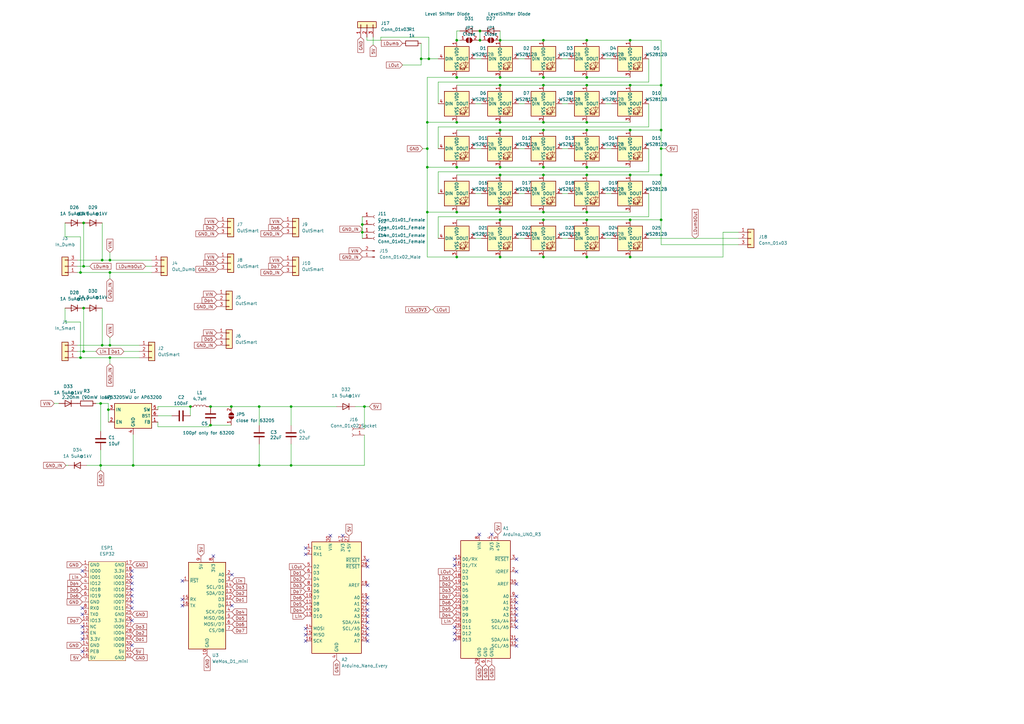
<source format=kicad_sch>
(kicad_sch (version 20230121) (generator eeschema)
  (paper "A3")
  (junction (at 240.665 71.755))
  (junction (at 187.325 31.75))
  (junction (at 45.085 106.68))
  (junction (at 258.445 105.41))
  (junction (at 106.299 190.881))
  (junction (at 187.325 50.165))
  (junction (at 205.105 16.51))
  (junction (at 45.085 141.605))
  (junction (at 44.45 168.021))
  (junction (at 196.85 16.51))
  (junction (at 148.59 95.25))
  (junction (at 175.895 24.13))
  (junction (at 205.105 53.34))
  (junction (at 45.085 111.76))
  (junction (at 175.26 50.165))
  (junction (at 258.445 34.925))
  (junction (at 205.105 90.17))
  (junction (at 148.59 92.075))
  (junction (at 240.665 68.58))
  (junction (at 175.26 60.96))
  (junction (at 149.479 166.751))
  (junction (at 41.275 165.481))
  (junction (at 94.869 166.751))
  (junction (at 205.105 86.995))
  (junction (at 187.325 86.995))
  (junction (at 271.145 60.96))
  (junction (at 222.885 34.925))
  (junction (at 240.665 50.165))
  (junction (at 34.29 109.22))
  (junction (at 172.72 24.13))
  (junction (at 41.275 190.881))
  (junction (at 222.885 50.165))
  (junction (at 205.105 105.41))
  (junction (at 240.665 16.51))
  (junction (at 222.885 31.75))
  (junction (at 271.145 34.925))
  (junction (at 34.29 144.145))
  (junction (at 240.665 105.41))
  (junction (at 106.299 166.751))
  (junction (at 222.885 105.41))
  (junction (at 205.105 71.755))
  (junction (at 78.105 166.751))
  (junction (at 222.885 90.17))
  (junction (at 240.665 53.34))
  (junction (at 240.665 34.925))
  (junction (at 222.885 86.995))
  (junction (at 222.885 16.51))
  (junction (at 240.665 86.995))
  (junction (at 271.145 90.17))
  (junction (at 258.445 16.51))
  (junction (at 205.105 31.75))
  (junction (at 54.61 190.881))
  (junction (at 119.38 190.881))
  (junction (at 86.36 174.371))
  (junction (at 34.29 91.44))
  (junction (at 175.26 68.58))
  (junction (at 222.885 53.34))
  (junction (at 205.105 34.925))
  (junction (at 240.665 90.17))
  (junction (at 271.145 71.755))
  (junction (at 34.29 126.365))
  (junction (at 119.38 166.751))
  (junction (at 33.02 111.76))
  (junction (at 187.325 105.41))
  (junction (at 187.325 16.51))
  (junction (at 41.91 106.68))
  (junction (at 258.445 53.34))
  (junction (at 41.91 141.605))
  (junction (at 222.885 71.755))
  (junction (at 175.26 86.995))
  (junction (at 240.665 31.75))
  (junction (at 33.02 146.685))
  (junction (at 258.445 71.755))
  (junction (at 86.36 166.751))
  (junction (at 196.85 12.7))
  (junction (at 271.145 53.34))
  (junction (at 258.445 90.17))
  (junction (at 222.885 68.58))
  (junction (at 205.105 68.58))
  (junction (at 45.085 146.685))
  (junction (at 205.105 50.165))
  (junction (at 187.325 68.58))
  (no_connect (at 54.102 254.508))
  (no_connect (at 211.836 264.922))
  (no_connect (at 150.749 247.65))
  (no_connect (at 150.749 260.35))
  (no_connect (at 140.589 219.71))
  (no_connect (at 211.836 244.602))
  (no_connect (at 33.782 267.208))
  (no_connect (at 211.836 252.222))
  (no_connect (at 74.803 248.412))
  (no_connect (at 33.782 251.968))
  (no_connect (at 54.102 241.808))
  (no_connect (at 186.436 229.362))
  (no_connect (at 33.782 249.428))
  (no_connect (at 33.782 262.128))
  (no_connect (at 150.749 255.27))
  (no_connect (at 150.749 240.03))
  (no_connect (at 211.836 239.522))
  (no_connect (at 74.803 238.252))
  (no_connect (at 150.749 245.11))
  (no_connect (at 33.782 234.188))
  (no_connect (at 150.749 232.41))
  (no_connect (at 125.349 260.35))
  (no_connect (at 54.102 244.348))
  (no_connect (at 211.836 262.382))
  (no_connect (at 186.436 259.842))
  (no_connect (at 211.836 234.442))
  (no_connect (at 95.123 248.412))
  (no_connect (at 33.782 257.048))
  (no_connect (at 186.436 231.902))
  (no_connect (at 54.102 234.188))
  (no_connect (at 211.836 249.682))
  (no_connect (at 54.102 239.268))
  (no_connect (at 150.749 257.81))
  (no_connect (at 186.436 257.302))
  (no_connect (at 125.349 257.81))
  (no_connect (at 211.836 254.762))
  (no_connect (at 211.836 247.142))
  (no_connect (at 125.349 227.33))
  (no_connect (at 211.836 257.302))
  (no_connect (at 87.503 228.092))
  (no_connect (at 211.836 229.362))
  (no_connect (at 196.596 219.202))
  (no_connect (at 186.436 262.382))
  (no_connect (at 150.749 252.73))
  (no_connect (at 150.749 262.89))
  (no_connect (at 54.102 246.888))
  (no_connect (at 201.676 219.202))
  (no_connect (at 150.749 229.87))
  (no_connect (at 135.509 219.71))
  (no_connect (at 54.102 236.728))
  (no_connect (at 125.349 224.79))
  (no_connect (at 54.102 264.668))
  (no_connect (at 125.349 262.89))
  (no_connect (at 150.749 250.19))
  (no_connect (at 54.102 249.428))
  (no_connect (at 74.803 245.872))
  (no_connect (at 95.123 235.712))
  (no_connect (at 33.782 259.588))
  (wire (pts (xy 205.105 31.75) (xy 187.325 31.75)))
  (wire (pts (xy 205.105 71.755) (xy 222.885 71.755)))
  (wire (pts (xy 31.75 144.145) (xy 34.29 144.145)))
  (wire (pts (xy 34.29 144.145) (xy 39.37 144.145)))
  (wire (pts (xy 86.36 166.751) (xy 94.869 166.751)))
  (wire (pts (xy 196.215 12.7) (xy 196.85 12.7)))
  (wire (pts (xy 41.275 165.481) (xy 41.275 176.911)))
  (wire (pts (xy 175.895 24.13) (xy 175.895 15.24)))
  (wire (pts (xy 194.945 79.375) (xy 197.485 79.375)))
  (wire (pts (xy 273.05 60.96) (xy 271.145 60.96)))
  (wire (pts (xy 41.275 190.881) (xy 41.275 192.913)))
  (wire (pts (xy 150.495 15.24) (xy 150.495 16.51)))
  (wire (pts (xy 26.67 97.155) (xy 33.02 97.155)))
  (wire (pts (xy 212.725 60.96) (xy 215.265 60.96)))
  (wire (pts (xy 271.145 60.96) (xy 271.145 71.755)))
  (wire (pts (xy 64.77 168.021) (xy 64.77 166.751)))
  (wire (pts (xy 240.665 16.51) (xy 258.445 16.51)))
  (wire (pts (xy 22.225 165.481) (xy 24.13 165.481)))
  (wire (pts (xy 45.085 111.76) (xy 62.23 111.76)))
  (wire (pts (xy 212.725 79.375) (xy 215.265 79.375)))
  (wire (pts (xy 222.885 34.925) (xy 240.665 34.925)))
  (wire (pts (xy 240.665 86.995) (xy 222.885 86.995)))
  (wire (pts (xy 205.105 68.58) (xy 187.325 68.58)))
  (wire (pts (xy 33.02 146.685) (xy 45.085 146.685)))
  (wire (pts (xy 271.145 90.17) (xy 258.445 90.17)))
  (wire (pts (xy 31.75 141.605) (xy 41.91 141.605)))
  (wire (pts (xy 106.299 166.751) (xy 119.38 166.751)))
  (wire (pts (xy 205.105 16.51) (xy 222.885 16.51)))
  (wire (pts (xy 31.75 146.685) (xy 33.02 146.685)))
  (wire (pts (xy 258.445 68.58) (xy 240.665 68.58)))
  (wire (pts (xy 240.665 71.755) (xy 258.445 71.755)))
  (wire (pts (xy 222.885 16.51) (xy 240.665 16.51)))
  (wire (pts (xy 45.085 106.68) (xy 62.23 106.68)))
  (wire (pts (xy 119.38 166.751) (xy 119.38 174.498)))
  (wire (pts (xy 94.869 166.751) (xy 106.299 166.751)))
  (wire (pts (xy 149.479 166.751) (xy 149.479 175.895)))
  (wire (pts (xy 106.299 190.881) (xy 119.38 190.881)))
  (wire (pts (xy 59.69 109.22) (xy 62.23 109.22)))
  (wire (pts (xy 212.725 42.545) (xy 215.265 42.545)))
  (wire (pts (xy 266.065 52.07) (xy 179.705 52.07)))
  (wire (pts (xy 248.285 60.96) (xy 250.825 60.96)))
  (wire (pts (xy 50.8 144.145) (xy 57.15 144.145)))
  (wire (pts (xy 119.38 190.881) (xy 149.479 190.881)))
  (wire (pts (xy 187.325 53.34) (xy 205.105 53.34)))
  (wire (pts (xy 156.21 15.24) (xy 175.895 15.24)))
  (wire (pts (xy 31.75 106.68) (xy 41.91 106.68)))
  (wire (pts (xy 187.325 34.925) (xy 205.105 34.925)))
  (wire (pts (xy 266.065 88.9) (xy 179.705 88.9)))
  (wire (pts (xy 196.85 12.7) (xy 196.85 16.51)))
  (wire (pts (xy 45.085 138.43) (xy 45.085 141.605)))
  (wire (pts (xy 222.885 50.165) (xy 240.665 50.165)))
  (wire (pts (xy 45.085 111.76) (xy 45.085 114.3)))
  (wire (pts (xy 258.445 90.17) (xy 240.665 90.17)))
  (wire (pts (xy 148.59 92.075) (xy 148.59 95.25)))
  (wire (pts (xy 271.145 53.34) (xy 271.145 60.96)))
  (wire (pts (xy 187.325 68.58) (xy 175.26 68.58)))
  (wire (pts (xy 302.895 100.33) (xy 271.145 100.33)))
  (wire (pts (xy 45.085 146.685) (xy 45.085 149.225)))
  (wire (pts (xy 33.02 97.155) (xy 33.02 111.76)))
  (wire (pts (xy 222.885 71.755) (xy 240.665 71.755)))
  (wire (pts (xy 205.105 86.995) (xy 187.325 86.995)))
  (wire (pts (xy 187.325 86.995) (xy 175.26 86.995)))
  (wire (pts (xy 86.36 174.371) (xy 85.725 174.371)))
  (wire (pts (xy 176.53 127) (xy 177.546 127)))
  (wire (pts (xy 196.85 12.7) (xy 197.485 12.7)))
  (wire (pts (xy 149.479 166.751) (xy 151.511 166.751)))
  (wire (pts (xy 222.885 53.34) (xy 240.665 53.34)))
  (wire (pts (xy 230.505 79.375) (xy 233.045 79.375)))
  (wire (pts (xy 64.77 175.006) (xy 64.77 173.101)))
  (wire (pts (xy 31.75 109.22) (xy 34.29 109.22)))
  (wire (pts (xy 153.035 15.24) (xy 153.035 18.415)))
  (wire (pts (xy 187.325 12.7) (xy 187.325 16.51)))
  (wire (pts (xy 258.445 53.34) (xy 271.145 53.34)))
  (wire (pts (xy 41.91 141.605) (xy 45.085 141.605)))
  (wire (pts (xy 205.105 53.34) (xy 222.885 53.34)))
  (wire (pts (xy 258.445 105.41) (xy 296.545 105.41)))
  (wire (pts (xy 85.725 175.006) (xy 64.77 175.006)))
  (wire (pts (xy 266.065 42.545) (xy 266.065 52.07)))
  (wire (pts (xy 266.065 97.79) (xy 302.895 97.79)))
  (wire (pts (xy 266.065 70.485) (xy 179.705 70.485)))
  (wire (pts (xy 148.59 95.25) (xy 148.59 97.79)))
  (wire (pts (xy 34.29 91.44) (xy 34.29 109.22)))
  (wire (pts (xy 240.665 34.925) (xy 258.445 34.925)))
  (wire (pts (xy 212.725 97.79) (xy 215.265 97.79)))
  (wire (pts (xy 106.299 182.118) (xy 106.299 190.881)))
  (wire (pts (xy 240.665 50.165) (xy 258.445 50.165)))
  (wire (pts (xy 54.61 190.881) (xy 106.299 190.881)))
  (wire (pts (xy 248.285 24.13) (xy 250.825 24.13)))
  (wire (pts (xy 31.75 111.76) (xy 33.02 111.76)))
  (wire (pts (xy 258.445 34.925) (xy 271.145 34.925)))
  (wire (pts (xy 33.02 111.76) (xy 45.085 111.76)))
  (wire (pts (xy 187.325 105.41) (xy 175.26 105.41)))
  (wire (pts (xy 175.26 105.41) (xy 175.26 86.995)))
  (wire (pts (xy 258.445 71.755) (xy 271.145 71.755)))
  (wire (pts (xy 188.595 12.7) (xy 187.325 12.7)))
  (wire (pts (xy 175.26 86.995) (xy 175.26 68.58)))
  (wire (pts (xy 266.065 60.96) (xy 266.065 70.485)))
  (wire (pts (xy 54.61 190.881) (xy 54.61 178.181)))
  (wire (pts (xy 222.885 31.75) (xy 205.105 31.75)))
  (wire (pts (xy 175.26 68.58) (xy 175.26 60.96)))
  (wire (pts (xy 179.705 52.07) (xy 179.705 60.96)))
  (wire (pts (xy 145.669 166.751) (xy 149.479 166.751)))
  (wire (pts (xy 222.885 86.995) (xy 205.105 86.995)))
  (wire (pts (xy 44.45 168.021) (xy 44.45 165.481)))
  (wire (pts (xy 172.72 24.13) (xy 175.895 24.13)))
  (wire (pts (xy 205.105 50.165) (xy 222.885 50.165)))
  (wire (pts (xy 266.065 33.655) (xy 179.705 33.655)))
  (wire (pts (xy 194.945 60.96) (xy 197.485 60.96)))
  (wire (pts (xy 248.285 42.545) (xy 250.825 42.545)))
  (wire (pts (xy 173.355 60.96) (xy 175.26 60.96)))
  (wire (pts (xy 119.38 166.751) (xy 138.049 166.751)))
  (wire (pts (xy 35.56 190.881) (xy 41.275 190.881)))
  (wire (pts (xy 85.725 174.371) (xy 85.725 175.006)))
  (wire (pts (xy 45.085 141.605) (xy 57.15 141.605)))
  (wire (pts (xy 248.285 97.79) (xy 250.825 97.79)))
  (wire (pts (xy 187.325 71.755) (xy 205.105 71.755)))
  (wire (pts (xy 230.505 42.545) (xy 233.045 42.545)))
  (wire (pts (xy 205.105 12.7) (xy 205.105 16.51)))
  (wire (pts (xy 196.85 16.51) (xy 197.485 16.51)))
  (wire (pts (xy 271.145 34.925) (xy 271.145 53.34)))
  (wire (pts (xy 296.545 105.41) (xy 296.545 95.25)))
  (wire (pts (xy 106.299 166.751) (xy 106.299 174.498)))
  (wire (pts (xy 194.945 97.79) (xy 197.485 97.79)))
  (wire (pts (xy 222.885 105.41) (xy 205.105 105.41)))
  (wire (pts (xy 26.67 91.44) (xy 26.67 97.155)))
  (wire (pts (xy 205.105 34.925) (xy 222.885 34.925)))
  (wire (pts (xy 212.725 24.13) (xy 215.265 24.13)))
  (wire (pts (xy 179.705 33.655) (xy 179.705 42.545)))
  (wire (pts (xy 64.77 166.751) (xy 78.105 166.751)))
  (wire (pts (xy 205.105 90.17) (xy 187.325 90.17)))
  (wire (pts (xy 240.665 68.58) (xy 222.885 68.58)))
  (wire (pts (xy 175.895 24.13) (xy 179.705 24.13)))
  (wire (pts (xy 248.285 79.375) (xy 250.825 79.375)))
  (wire (pts (xy 172.72 17.78) (xy 172.72 24.13)))
  (wire (pts (xy 119.38 182.118) (xy 119.38 190.881)))
  (wire (pts (xy 39.37 165.481) (xy 41.275 165.481)))
  (wire (pts (xy 150.495 16.51) (xy 156.21 16.51)))
  (wire (pts (xy 41.91 106.68) (xy 45.085 106.68)))
  (wire (pts (xy 266.065 79.375) (xy 266.065 88.9)))
  (wire (pts (xy 175.26 31.75) (xy 175.26 50.165)))
  (wire (pts (xy 27.051 190.881) (xy 27.94 190.881)))
  (wire (pts (xy 240.665 53.34) (xy 258.445 53.34)))
  (wire (pts (xy 258.445 31.75) (xy 240.665 31.75)))
  (wire (pts (xy 165.1 26.67) (xy 172.72 26.67)))
  (wire (pts (xy 33.02 132.08) (xy 33.02 146.685)))
  (wire (pts (xy 205.105 105.41) (xy 187.325 105.41)))
  (wire (pts (xy 44.45 168.021) (xy 44.45 173.101)))
  (wire (pts (xy 266.065 24.13) (xy 266.065 33.655)))
  (wire (pts (xy 194.945 42.545) (xy 197.485 42.545)))
  (wire (pts (xy 26.67 132.08) (xy 33.02 132.08)))
  (wire (pts (xy 148.59 88.9) (xy 148.59 92.075)))
  (wire (pts (xy 86.36 174.371) (xy 94.869 174.371)))
  (wire (pts (xy 230.505 97.79) (xy 233.045 97.79)))
  (wire (pts (xy 271.145 16.51) (xy 271.145 34.925)))
  (wire (pts (xy 34.29 126.365) (xy 34.29 144.145)))
  (wire (pts (xy 240.665 31.75) (xy 222.885 31.75)))
  (wire (pts (xy 271.145 71.755) (xy 271.145 90.17)))
  (wire (pts (xy 45.085 103.505) (xy 45.085 106.68)))
  (wire (pts (xy 179.705 88.9) (xy 179.705 97.79)))
  (wire (pts (xy 230.505 24.13) (xy 233.045 24.13)))
  (wire (pts (xy 222.885 68.58) (xy 205.105 68.58)))
  (wire (pts (xy 240.665 90.17) (xy 222.885 90.17)))
  (wire (pts (xy 196.215 16.51) (xy 196.85 16.51)))
  (wire (pts (xy 64.77 170.561) (xy 70.485 170.561)))
  (wire (pts (xy 187.325 50.165) (xy 205.105 50.165)))
  (wire (pts (xy 45.085 146.685) (xy 57.15 146.685)))
  (wire (pts (xy 240.665 105.41) (xy 222.885 105.41)))
  (wire (pts (xy 41.275 190.881) (xy 54.61 190.881)))
  (wire (pts (xy 179.705 70.485) (xy 179.705 79.375)))
  (wire (pts (xy 258.445 16.51) (xy 271.145 16.51)))
  (wire (pts (xy 230.505 60.96) (xy 233.045 60.96)))
  (wire (pts (xy 149.479 178.435) (xy 149.479 190.881)))
  (wire (pts (xy 41.275 184.531) (xy 41.275 190.881)))
  (wire (pts (xy 222.885 90.17) (xy 205.105 90.17)))
  (wire (pts (xy 156.21 16.51) (xy 156.21 15.24)))
  (wire (pts (xy 85.725 166.751) (xy 86.36 166.751)))
  (wire (pts (xy 34.29 109.22) (xy 36.83 109.22)))
  (wire (pts (xy 271.145 100.33) (xy 271.145 90.17)))
  (wire (pts (xy 41.275 165.481) (xy 44.45 165.481)))
  (wire (pts (xy 175.26 60.96) (xy 175.26 50.165)))
  (wire (pts (xy 187.325 16.51) (xy 188.595 16.51)))
  (wire (pts (xy 78.105 166.751) (xy 78.105 170.561)))
  (wire (pts (xy 194.945 24.13) (xy 197.485 24.13)))
  (wire (pts (xy 258.445 105.41) (xy 240.665 105.41)))
  (wire (pts (xy 175.26 50.165) (xy 187.325 50.165)))
  (wire (pts (xy 172.72 24.13) (xy 172.72 26.67)))
  (wire (pts (xy 41.91 91.44) (xy 41.91 106.68)))
  (wire (pts (xy 187.325 31.75) (xy 175.26 31.75)))
  (wire (pts (xy 258.445 86.995) (xy 240.665 86.995)))
  (wire (pts (xy 26.67 126.365) (xy 26.67 132.08)))
  (wire (pts (xy 296.545 95.25) (xy 302.895 95.25)))
  (wire (pts (xy 41.91 126.365) (xy 41.91 141.605)))
  (global_label "GND_IN" (shape input) (at 27.051 190.881 180) (property "Intersheetrefs" "${INTERSHEET_REFS}" (effects hide)))
  (global_label "GND_IN" (shape input) (at 89.535 95.885 180) (property "Intersheetrefs" "${INTERSHEET_REFS}" (effects hide)))
  (global_label "Do5" (shape input) (at 95.123 253.492 0) (property "Intersheetrefs" "${INTERSHEET_REFS}" (effects hide)))
  (global_label "GND" (shape input) (at 54.102 269.748 0) (property "Intersheetrefs" "${INTERSHEET_REFS}" (effects hide)))
  (global_label "GND" (shape input) (at 199.136 272.542 270) (property "Intersheetrefs" "${INTERSHEET_REFS}" (effects hide)))
  (global_label "GND_IN" (shape input) (at 88.9 125.73 180) (property "Intersheetrefs" "${INTERSHEET_REFS}" (effects hide)))
  (global_label "Do3" (shape input) (at 54.102 257.048 0) (property "Intersheetrefs" "${INTERSHEET_REFS}" (effects hide)))
  (global_label "LDumbOut" (shape input) (at 59.69 109.22 180) (property "Intersheetrefs" "${INTERSHEET_REFS}" (effects hide)))
  (global_label "Do6" (shape input) (at 95.123 256.032 0) (property "Intersheetrefs" "${INTERSHEET_REFS}" (effects hide)))
  (global_label "LOut" (shape input) (at 125.349 232.41 180) (property "Intersheetrefs" "${INTERSHEET_REFS}" (effects hide)))
  (global_label "VIN" (shape input) (at 88.9 136.525 180) (property "Intersheetrefs" "${INTERSHEET_REFS}" (effects hide)))
  (global_label "LOut" (shape input) (at 177.546 127 0) (property "Intersheetrefs" "${INTERSHEET_REFS}" (effects hide)))
  (global_label "Do5" (shape input) (at 88.9 139.065 180) (property "Intersheetrefs" "${INTERSHEET_REFS}" (effects hide)))
  (global_label "Do3" (shape input) (at 125.349 240.03 180) (property "Intersheetrefs" "${INTERSHEET_REFS}" (effects hide)))
  (global_label "Do6" (shape input) (at 125.349 245.11 180) (property "Intersheetrefs" "${INTERSHEET_REFS}" (effects hide)))
  (global_label "VIN" (shape input) (at 116.205 106.68 180) (property "Intersheetrefs" "${INTERSHEET_REFS}" (effects hide)))
  (global_label "Do4" (shape input) (at 186.436 252.222 180) (property "Intersheetrefs" "${INTERSHEET_REFS}" (effects hide)))
  (global_label "Do6" (shape input) (at 116.205 93.345 180) (property "Intersheetrefs" "${INTERSHEET_REFS}" (effects hide)))
  (global_label "GND" (shape input) (at 84.963 268.732 270) (property "Intersheetrefs" "${INTERSHEET_REFS}" (effects hide)))
  (global_label "Do7" (shape input) (at 186.436 244.602 180) (property "Intersheetrefs" "${INTERSHEET_REFS}" (effects hide)))
  (global_label "LDumb" (shape input) (at 36.83 109.22 0) (property "Intersheetrefs" "${INTERSHEET_REFS}" (effects hide)))
  (global_label "Do3" (shape input) (at 186.436 242.062 180) (property "Intersheetrefs" "${INTERSHEET_REFS}" (effects hide)))
  (global_label "LOut" (shape input) (at 186.436 234.442 180) (property "Intersheetrefs" "${INTERSHEET_REFS}" (effects hide)))
  (global_label "VIN" (shape input) (at 89.535 90.805 180) (property "Intersheetrefs" "${INTERSHEET_REFS}" (effects hide)))
  (global_label "GND_IN" (shape input) (at 116.205 95.885 180) (property "Intersheetrefs" "${INTERSHEET_REFS}" (effects hide)))
  (global_label "5V" (shape input) (at 82.423 228.092 90) (property "Intersheetrefs" "${INTERSHEET_REFS}" (effects hide)))
  (global_label "Lin" (shape input) (at 39.37 144.145 0) (property "Intersheetrefs" "${INTERSHEET_REFS}" (effects hide)))
  (global_label "Do2" (shape input) (at 186.436 239.522 180) (property "Intersheetrefs" "${INTERSHEET_REFS}" (effects hide)))
  (global_label "Do7" (shape input) (at 125.349 242.57 180) (property "Intersheetrefs" "${INTERSHEET_REFS}" (effects hide)))
  (global_label "Do6" (shape input) (at 33.782 244.348 180) (property "Intersheetrefs" "${INTERSHEET_REFS}" (effects hide)))
  (global_label "5V" (shape input) (at 204.216 219.202 90) (property "Intersheetrefs" "${INTERSHEET_REFS}" (effects hide)))
  (global_label "Do2" (shape input) (at 125.349 237.49 180) (property "Intersheetrefs" "${INTERSHEET_REFS}" (effects hide)))
  (global_label "LOut" (shape input) (at 165.1 26.67 180) (property "Intersheetrefs" "${INTERSHEET_REFS}" (effects hide)))
  (global_label "LOut3V3" (shape input) (at 176.53 127 180) (property "Intersheetrefs" "${INTERSHEET_REFS}" (effects hide)))
  (global_label "Lin" (shape input) (at 125.349 252.73 180) (property "Intersheetrefs" "${INTERSHEET_REFS}" (effects hide)))
  (global_label "GND_IN" (shape input) (at 116.205 111.76 180) (property "Intersheetrefs" "${INTERSHEET_REFS}" (effects hide)))
  (global_label "VIN" (shape input) (at 45.085 138.43 90) (property "Intersheetrefs" "${INTERSHEET_REFS}" (effects hide)))
  (global_label "GND" (shape input) (at 54.102 251.968 0) (property "Intersheetrefs" "${INTERSHEET_REFS}" (effects hide)))
  (global_label "5V" (shape input) (at 33.782 269.748 180) (property "Intersheetrefs" "${INTERSHEET_REFS}" (effects hide)))
  (global_label "Do1" (shape input) (at 186.436 236.982 180) (property "Intersheetrefs" "${INTERSHEET_REFS}" (effects hide)))
  (global_label "VIN" (shape input) (at 22.225 165.481 180) (property "Intersheetrefs" "${INTERSHEET_REFS}" (effects hide)))
  (global_label "Do1" (shape input) (at 54.102 262.128 0) (property "Intersheetrefs" "${INTERSHEET_REFS}" (effects hide)))
  (global_label "GND_IN" (shape input) (at 148.59 105.41 180) (property "Intersheetrefs" "${INTERSHEET_REFS}" (effects hide)))
  (global_label "5V" (shape input) (at 143.129 219.71 90) (property "Intersheetrefs" "${INTERSHEET_REFS}" (effects hide)))
  (global_label "5V" (shape input) (at 153.035 18.415 270) (property "Intersheetrefs" "${INTERSHEET_REFS}" (effects hide)))
  (global_label "Lin" (shape input) (at 95.123 238.252 0) (property "Intersheetrefs" "${INTERSHEET_REFS}" (effects hide)))
  (global_label "GND_IN" (shape input) (at 45.085 114.3 270) (property "Intersheetrefs" "${INTERSHEET_REFS}" (effects hide)))
  (global_label "VIN" (shape input) (at 148.59 102.87 180) (property "Intersheetrefs" "${INTERSHEET_REFS}" (effects hide)))
  (global_label "VIN" (shape input) (at 88.9 120.65 180) (property "Intersheetrefs" "${INTERSHEET_REFS}" (effects hide)))
  (global_label "GND" (shape input) (at 196.596 272.542 270) (property "Intersheetrefs" "${INTERSHEET_REFS}" (effects hide)))
  (global_label "GND" (shape input) (at 33.782 246.888 180) (property "Intersheetrefs" "${INTERSHEET_REFS}" (effects hide)))
  (global_label "Do2" (shape input) (at 89.535 93.345 180) (property "Intersheetrefs" "${INTERSHEET_REFS}" (effects hide)))
  (global_label "Do5" (shape input) (at 33.782 241.808 180) (property "Intersheetrefs" "${INTERSHEET_REFS}" (effects hide)))
  (global_label "Do1" (shape input) (at 95.123 245.872 0) (property "Intersheetrefs" "${INTERSHEET_REFS}" (effects hide)))
  (global_label "Do4" (shape input) (at 125.349 250.19 180) (property "Intersheetrefs" "${INTERSHEET_REFS}" (effects hide)))
  (global_label "GND" (shape input) (at 201.676 272.542 270) (property "Intersheetrefs" "${INTERSHEET_REFS}" (effects hide)))
  (global_label "Do1" (shape input) (at 125.349 234.95 180) (property "Intersheetrefs" "${INTERSHEET_REFS}" (effects hide)))
  (global_label "GND" (shape input) (at 33.782 231.648 180) (property "Intersheetrefs" "${INTERSHEET_REFS}" (effects hide)))
  (global_label "Lin" (shape input) (at 33.782 236.728 180) (property "Intersheetrefs" "${INTERSHEET_REFS}" (effects hide)))
  (global_label "GND_IN" (shape input) (at 88.9 141.605 180) (property "Intersheetrefs" "${INTERSHEET_REFS}" (effects hide)))
  (global_label "Do4" (shape input) (at 95.123 250.952 0) (property "Intersheetrefs" "${INTERSHEET_REFS}" (effects hide)))
  (global_label "VIN" (shape input) (at 45.085 103.505 90) (property "Intersheetrefs" "${INTERSHEET_REFS}" (effects hide)))
  (global_label "Lin" (shape input) (at 186.436 254.762 180) (property "Intersheetrefs" "${INTERSHEET_REFS}" (effects hide)))
  (global_label "Do6" (shape input) (at 186.436 247.142 180) (property "Intersheetrefs" "${INTERSHEET_REFS}" (effects hide)))
  (global_label "GND" (shape input) (at 54.102 231.648 0) (property "Intersheetrefs" "${INTERSHEET_REFS}" (effects hide)))
  (global_label "Do4" (shape input) (at 88.9 123.19 180) (property "Intersheetrefs" "${INTERSHEET_REFS}" (effects hide)))
  (global_label "Do2" (shape input) (at 54.102 259.588 0) (property "Intersheetrefs" "${INTERSHEET_REFS}" (effects hide)))
  (global_label "Do2" (shape input) (at 95.123 243.332 0) (property "Intersheetrefs" "${INTERSHEET_REFS}" (effects hide)))
  (global_label "GND" (shape input) (at 147.955 15.24 270) (property "Intersheetrefs" "${INTERSHEET_REFS}" (effects hide)))
  (global_label "GND_IN" (shape input) (at 148.59 93.98 180) (property "Intersheetrefs" "${INTERSHEET_REFS}" (effects hide)))
  (global_label "Do7" (shape input) (at 116.205 109.22 180) (property "Intersheetrefs" "${INTERSHEET_REFS}" (effects hide)))
  (global_label "Do1" (shape input) (at 50.8 144.145 180) (property "Intersheetrefs" "${INTERSHEET_REFS}" (effects hide)))
  (global_label "5V" (shape input) (at 54.102 267.208 0) (property "Intersheetrefs" "${INTERSHEET_REFS}" (effects hide)))
  (global_label "Do7" (shape input) (at 33.782 254.508 180) (property "Intersheetrefs" "${INTERSHEET_REFS}" (effects hide)))
  (global_label "5V" (shape input) (at 151.511 166.751 0) (property "Intersheetrefs" "${INTERSHEET_REFS}" (effects hide)))
  (global_label "Do5" (shape input) (at 125.349 247.65 180) (property "Intersheetrefs" "${INTERSHEET_REFS}" (effects hide)))
  (global_label "VIN" (shape input) (at 89.535 105.41 180) (property "Intersheetrefs" "${INTERSHEET_REFS}" (effects hide)))
  (global_label "GND" (shape input) (at 41.275 192.913 270) (property "Intersheetrefs" "${INTERSHEET_REFS}" (effects hide)))
  (global_label "GND_IN" (shape input) (at 45.085 149.225 270) (property "Intersheetrefs" "${INTERSHEET_REFS}" (effects hide)))
  (global_label "GND_IN" (shape input) (at 89.535 110.49 180) (property "Intersheetrefs" "${INTERSHEET_REFS}" (effects hide)))
  (global_label "GND" (shape input) (at 33.782 264.668 180) (property "Intersheetrefs" "${INTERSHEET_REFS}" (effects hide)))
  (global_label "LDumb" (shape input) (at 165.1 17.78 180) (property "Intersheetrefs" "${INTERSHEET_REFS}" (effects hide)))
  (global_label "VIN" (shape input) (at 116.205 90.805 180) (property "Intersheetrefs" "${INTERSHEET_REFS}" (effects hide)))
  (global_label "Do7" (shape input) (at 95.123 258.572 0) (property "Intersheetrefs" "${INTERSHEET_REFS}" (effects hide)))
  (global_label "Do5" (shape input) (at 186.436 249.682 180) (property "Intersheetrefs" "${INTERSHEET_REFS}" (effects hide)))
  (global_label "GND" (shape input) (at 138.049 270.51 270) (property "Intersheetrefs" "${INTERSHEET_REFS}" (effects hide)))
  (global_label "LDumbOut" (shape input) (at 285.115 97.79 90) (property "Intersheetrefs" "${INTERSHEET_REFS}" (effects hide)))
  (global_label "5V" (shape input) (at 273.05 60.96 0) (property "Intersheetrefs" "${INTERSHEET_REFS}" (effects hide)))
  (global_label "GND" (shape input) (at 173.355 60.96 180) (property "Intersheetrefs" "${INTERSHEET_REFS}" (effects hide)))
  (global_label "Do3" (shape input) (at 89.535 107.95 180) (property "Intersheetrefs" "${INTERSHEET_REFS}" (effects hide)))
  (global_label "Do3" (shape input) (at 95.123 240.792 0) (property "Intersheetrefs" "${INTERSHEET_REFS}" (effects hide)))
  (global_label "Do4" (shape input) (at 33.782 239.268 180) (property "Intersheetrefs" "${INTERSHEET_REFS}" (effects hide)))
  (symbol (lib_id "LED:WS2812B") (at 240.665 24.13 0) (unit 1)
    (property "Reference" "D4" (at 251.46 19.7993 0))
    (property "Value" "WS2812B" (at 251.46 22.3393 0))
    (property "Footprint" "LED_SMD:LED_WS2812B_PLCC4_5.0x5.0mm_P3.2mm" (effects hide))
    (property "Datasheet" "https://cdn-shop.adafruit.com/datasheets/WS2812B.pdf" (effects hide))
    (property "LCSC" "C2843785" (effects hide))
  )
  (symbol (lib_id "Device:C") (at 41.275 180.721 0) (unit 1)
    (property "Reference" "C1" (at 44.45 179.4509 0) (effects (justify left)))
    (property "Value" "10uF" (at 44.45 181.9909 0) (effects (justify left)))
    (property "Footprint" "Capacitor_SMD:C_1206_3216Metric" (effects hide))
    (property "LCSC" "C13585" (effects hide))
  )
  (symbol (lib_id "LED:WS2812B") (at 240.665 42.545 0) (unit 1)
    (property "Reference" "D9" (at 251.46 38.2143 0))
    (property "Value" "WS2812B" (at 251.46 40.7543 0))
    (property "Footprint" "LED_SMD:LED_WS2812B_PLCC4_5.0x5.0mm_P3.2mm" (effects hide))
    (property "Datasheet" "https://cdn-shop.adafruit.com/datasheets/WS2812B.pdf" (effects hide))
    (property "LCSC" "C2843785" (effects hide))
  )
  (symbol (lib_id "Connector:Conn_01x01_Socket") (at 153.67 88.9 0) (unit 1)
    (property "Reference" "J11" (at 154.94 87.6299 0) (effects (justify left)))
    (property "Value" "Conn_01x01_Female" (at 154.94 90.1699 0) (effects (justify left)))
    (property "Footprint" "Library:Solder_Screw_Mount" (effects hide))
  )
  (symbol (lib_id "LED:WS2812B") (at 258.445 24.13 0) (unit 1)
    (property "Reference" "D5" (at 269.24 19.7993 0))
    (property "Value" "WS2812B" (at 269.24 22.3393 0))
    (property "Footprint" "LED_SMD:LED_WS2812B_PLCC4_5.0x5.0mm_P3.2mm" (effects hide))
    (property "Datasheet" "https://cdn-shop.adafruit.com/datasheets/WS2812B.pdf" (effects hide))
    (property "LCSC" "C2843785" (effects hide))
  )
  (symbol (lib_id "LED:WS2812B") (at 205.105 24.13 0) (unit 1)
    (property "Reference" "D2" (at 215.9 19.7993 0))
    (property "Value" "WS2812B" (at 215.9 22.3393 0))
    (property "Footprint" "LED_SMD:LED_WS2812B_PLCC4_5.0x5.0mm_P3.2mm" (effects hide))
    (property "Datasheet" "https://cdn-shop.adafruit.com/datasheets/WS2812B.pdf" (effects hide))
    (property "LCSC" "C2843785" (effects hide))
  )
  (symbol (lib_id "Device:C") (at 106.299 178.308 0) (unit 1)
    (property "Reference" "C3" (at 110.871 177.292 0) (effects (justify left)))
    (property "Value" "22uF" (at 110.744 179.451 0) (effects (justify left)))
    (property "Footprint" "Capacitor_SMD:C_1206_3216Metric" (effects hide))
    (property "LCSC" " C15008" (effects hide))
  )
  (symbol (lib_id "LED:WS2812B") (at 205.105 79.375 0) (unit 1)
    (property "Reference" "D17" (at 215.9 75.0443 0))
    (property "Value" "WS2812B" (at 215.9 77.5843 0))
    (property "Footprint" "LED_SMD:LED_WS2812B_PLCC4_5.0x5.0mm_P3.2mm" (effects hide))
    (property "Datasheet" "https://cdn-shop.adafruit.com/datasheets/WS2812B.pdf" (effects hide))
    (property "LCSC" "C2843785" (effects hide))
  )
  (symbol (lib_id "LED:WS2812B") (at 205.105 97.79 0) (unit 1)
    (property "Reference" "D22" (at 215.9 93.4593 0))
    (property "Value" "WS2812B" (at 215.9 95.9993 0))
    (property "Footprint" "LED_SMD:LED_WS2812B_PLCC4_5.0x5.0mm_P3.2mm" (effects hide))
    (property "Datasheet" "https://cdn-shop.adafruit.com/datasheets/WS2812B.pdf" (effects hide))
    (property "LCSC" "C2843785" (effects hide))
  )
  (symbol (lib_id "Device:C") (at 74.295 170.561 90) (unit 1)
    (property "Reference" "C2" (at 74.295 162.941 90))
    (property "Value" "100nF" (at 74.295 165.481 90))
    (property "Footprint" "Capacitor_SMD:C_0603_1608Metric" (effects hide))
    (property "LCSC" "C14663" (effects hide))
  )
  (symbol (lib_id "Device:R") (at 168.91 17.78 90) (unit 1)
    (property "Reference" "R1" (at 168.91 12.065 90))
    (property "Value" "1k" (at 168.91 14.605 90))
    (property "Footprint" "Resistor_SMD:R_0603_1608Metric" (effects hide))
    (property "LCSC" "C21190" (effects hide))
  )
  (symbol (lib_id "LED:WS2812B") (at 222.885 24.13 0) (unit 1)
    (property "Reference" "D3" (at 233.68 19.7993 0))
    (property "Value" "WS2812B" (at 233.68 22.3393 0))
    (property "Footprint" "LED_SMD:LED_WS2812B_PLCC4_5.0x5.0mm_P3.2mm" (effects hide))
    (property "Datasheet" "https://cdn-shop.adafruit.com/datasheets/WS2812B.pdf" (effects hide))
    (property "LCSC" "C2843785" (effects hide))
  )
  (symbol (lib_id "Connector_Generic:Conn_01x03") (at 121.285 109.22 0) (unit 1)
    (property "Reference" "J10" (at 123.825 107.9499 0) (effects (justify left)))
    (property "Value" "OutSmart" (at 123.825 110.4899 0) (effects (justify left)))
    (property "Footprint" "Connector_JST:JST_PH_B3B-PH-SM4-TB_1x03-1MP_P2.00mm_Vertical" (effects hide))
  )
  (symbol (lib_id "LED:WS2812B") (at 222.885 42.545 0) (unit 1)
    (property "Reference" "D8" (at 233.68 38.2143 0))
    (property "Value" "WS2812B" (at 233.68 40.7543 0))
    (property "Footprint" "LED_SMD:LED_WS2812B_PLCC4_5.0x5.0mm_P3.2mm" (effects hide))
    (property "Datasheet" "https://cdn-shop.adafruit.com/datasheets/WS2812B.pdf" (effects hide))
    (property "LCSC" "C2843785" (effects hide))
  )
  (symbol (lib_id "LED:WS2812B") (at 187.325 79.375 0) (unit 1)
    (property "Reference" "D16" (at 198.12 75.0443 0))
    (property "Value" "WS2812B" (at 198.12 77.5843 0))
    (property "Footprint" "LED_SMD:LED_WS2812B_PLCC4_5.0x5.0mm_P3.2mm" (effects hide))
    (property "Datasheet" "https://cdn-shop.adafruit.com/datasheets/WS2812B.pdf" (effects hide))
    (property "LCSC" "C2843785" (effects hide))
  )
  (symbol (lib_id "Device:L") (at 81.915 166.751 90) (unit 1)
    (property "Reference" "L1" (at 81.915 161.036 90))
    (property "Value" "4.7uH" (at 81.915 163.576 90))
    (property "Footprint" "Inductor_SMD:L_1210_3225Metric" (effects hide))
    (property "Datasheet" "http://www.yuden.co.jp/cs/" (effects hide))
    (property "LCSC" "C90319" (effects hide))
  )
  (symbol (lib_id "Jumper:SolderJumper_2_Open") (at 192.405 16.51 0) (unit 1)
    (property "Reference" "JP2" (at 192.405 11.43 0))
    (property "Value" "Close" (at 192.405 13.97 0))
    (property "Footprint" "Jumper:SolderJumper-2_P1.3mm_Bridged_Pad1.0x1.5mm" (effects hide))
  )
  (symbol (lib_id "MCU_Module:Arduino_Nano_Every") (at 138.049 245.11 0) (unit 1)
    (property "Reference" "A2" (at 140.0684 270.51 0) (effects (justify left)))
    (property "Value" "Arduino_Nano_Every" (at 140.0684 273.05 0) (effects (justify left)))
    (property "Footprint" "Module:Arduino_Nano" (effects hide))
    (property "Datasheet" "https://content.arduino.cc/assets/NANOEveryV3.0_sch.pdf" (effects hide))
  )
  (symbol (lib_id "Connector_Generic:Conn_01x03") (at 26.67 144.145 180) (unit 1)
    (property "Reference" "J1" (at 26.67 132.08 0))
    (property "Value" "In_Smart" (at 26.67 134.62 0))
    (property "Footprint" "Connector_JST:JST_PH_B3B-PH-SM4-TB_1x03-1MP_P2.00mm_Vertical" (effects hide))
  )
  (symbol (lib_id "Jumper:SolderJumper_2_Open") (at 94.869 170.561 90) (unit 1)
    (property "Reference" "JP5" (at 96.774 169.926 90) (effects (justify right)))
    (property "Value" "close for 63205" (at 96.774 172.466 90) (effects (justify right)))
    (property "Footprint" "Jumper:SolderJumper-2_P1.3mm_Bridged_Pad1.0x1.5mm" (effects hide))
  )
  (symbol (lib_id "LED:WS2812B") (at 205.105 42.545 0) (unit 1)
    (property "Reference" "D7" (at 215.9 38.2143 0))
    (property "Value" "WS2812B" (at 215.9 40.7543 0))
    (property "Footprint" "LED_SMD:LED_WS2812B_PLCC4_5.0x5.0mm_P3.2mm" (effects hide))
    (property "Datasheet" "https://cdn-shop.adafruit.com/datasheets/WS2812B.pdf" (effects hide))
    (property "LCSC" "C2843785" (effects hide))
  )
  (symbol (lib_id "Device:C") (at 86.36 170.561 180) (unit 1)
    (property "Reference" "C5" (at 82.55 173.736 0) (effects (justify right)))
    (property "Value" "100pf only for 63200" (at 74.93 177.546 0) (effects (justify right)))
    (property "Footprint" "Capacitor_SMD:C_0603_1608Metric" (effects hide))
    (property "LCSC" "C14663" (effects hide))
  )
  (symbol (lib_id "LED:WS2812B") (at 222.885 97.79 0) (unit 1)
    (property "Reference" "D23" (at 233.68 93.4593 0))
    (property "Value" "WS2812B" (at 233.68 95.9993 0))
    (property "Footprint" "LED_SMD:LED_WS2812B_PLCC4_5.0x5.0mm_P3.2mm" (effects hide))
    (property "Datasheet" "https://cdn-shop.adafruit.com/datasheets/WS2812B.pdf" (effects hide))
    (property "LCSC" "C2843785" (effects hide))
  )
  (symbol (lib_id "Device:D") (at 38.1 91.44 180) (unit 1)
    (property "Reference" "D29" (at 38.1 85.09 0))
    (property "Value" "1A 5uA@1kV" (at 38.1 87.63 0))
    (property "Footprint" "Diode_SMD:D_SOD-123F" (effects hide))
    (property "LCSC" "C64898" (effects hide))
    (property "Sim.Device" "D" (effects hide))
    (property "Sim.Pins" "1=K 2=A" (effects hide))
  )
  (symbol (lib_id "LED:WS2812B") (at 240.665 79.375 0) (unit 1)
    (property "Reference" "D19" (at 251.46 75.0443 0))
    (property "Value" "WS2812B" (at 251.46 77.5843 0))
    (property "Footprint" "LED_SMD:LED_WS2812B_PLCC4_5.0x5.0mm_P3.2mm" (effects hide))
    (property "Datasheet" "https://cdn-shop.adafruit.com/datasheets/WS2812B.pdf" (effects hide))
    (property "LCSC" "C2843785" (effects hide))
  )
  (symbol (lib_id "Connector:Conn_01x02_Pin") (at 153.67 105.41 180) (unit 1)
    (property "Reference" "J15" (at 155.575 102.8699 0) (effects (justify right)))
    (property "Value" "Conn_01x02_Male" (at 155.575 105.4099 0) (effects (justify right)))
    (property "Footprint" "Connector_AMASS:AMASS_XT60-M_1x02_P7.20mm_Vertical" (effects hide))
  )
  (symbol (lib_id "Connector_Generic:Conn_01x03") (at 94.615 93.345 0) (unit 1)
    (property "Reference" "J7" (at 97.155 92.0749 0) (effects (justify left)))
    (property "Value" "OutSmart" (at 97.155 94.6149 0) (effects (justify left)))
    (property "Footprint" "Connector_JST:JST_PH_B3B-PH-SM4-TB_1x03-1MP_P2.00mm_Vertical" (effects hide))
  )
  (symbol (lib_id "Connector:Conn_01x01_Socket") (at 153.67 95.25 0) (unit 1)
    (property "Reference" "J13" (at 154.94 93.9799 0) (effects (justify left)))
    (property "Value" "Conn_01x01_Female" (at 154.94 96.5199 0) (effects (justify left)))
    (property "Footprint" "Library:Solder_Screw_Mount" (effects hide))
  )
  (symbol (lib_id "LED:WS2812B") (at 187.325 24.13 0) (unit 1)
    (property "Reference" "D1" (at 198.12 19.7993 0))
    (property "Value" "WS2812B" (at 198.12 22.3393 0))
    (property "Footprint" "LED_SMD:LED_WS2812B_PLCC4_5.0x5.0mm_P3.2mm" (effects hide))
    (property "Datasheet" "https://cdn-shop.adafruit.com/datasheets/WS2812B.pdf" (effects hide))
    (property "LCSC" "C2843785" (effects hide))
  )
  (symbol (lib_id "Connector_Generic:Conn_01x03") (at 94.615 107.95 0) (unit 1)
    (property "Reference" "J8" (at 97.155 106.6799 0) (effects (justify left)))
    (property "Value" "OutSmart" (at 97.155 109.2199 0) (effects (justify left)))
    (property "Footprint" "Connector_JST:JST_PH_B3B-PH-SM4-TB_1x03-1MP_P2.00mm_Vertical" (effects hide))
  )
  (symbol (lib_id "LED:WS2812B") (at 187.325 60.96 0) (unit 1)
    (property "Reference" "D11" (at 198.12 56.6293 0))
    (property "Value" "WS2812B" (at 198.12 59.1693 0))
    (property "Footprint" "LED_SMD:LED_WS2812B_PLCC4_5.0x5.0mm_P3.2mm" (effects hide))
    (property "Datasheet" "https://cdn-shop.adafruit.com/datasheets/WS2812B.pdf" (effects hide))
    (property "LCSC" "C2843785" (effects hide))
  )
  (symbol (lib_id "Device:D") (at 38.1 126.365 180) (unit 1)
    (property "Reference" "D30" (at 38.1 119.38 0))
    (property "Value" "1A 5uA@1kV" (at 38.1 121.92 0))
    (property "Footprint" "Diode_SMD:D_SOD-123F" (effects hide))
    (property "LCSC" "C64898" (effects hide))
    (property "Sim.Device" "D" (effects hide))
    (property "Sim.Pins" "1=K 2=A" (effects hide))
  )
  (symbol (lib_id "LED:WS2812B") (at 222.885 60.96 0) (unit 1)
    (property "Reference" "D13" (at 233.68 56.6293 0))
    (property "Value" "WS2812B" (at 233.68 59.1693 0))
    (property "Footprint" "LED_SMD:LED_WS2812B_PLCC4_5.0x5.0mm_P3.2mm" (effects hide))
    (property "Datasheet" "https://cdn-shop.adafruit.com/datasheets/WS2812B.pdf" (effects hide))
    (property "LCSC" "C2843785" (effects hide))
  )
  (symbol (lib_id "Connector_Generic:Conn_01x03") (at 121.285 93.345 0) (unit 1)
    (property "Reference" "J9" (at 123.825 92.0749 0) (effects (justify left)))
    (property "Value" "OutSmart" (at 123.825 94.6149 0) (effects (justify left)))
    (property "Footprint" "Connector_JST:JST_PH_B3B-PH-SM4-TB_1x03-1MP_P2.00mm_Vertical" (effects hide))
  )
  (symbol (lib_id "Connector_Generic:Conn_01x03") (at 93.98 123.19 0) (unit 1)
    (property "Reference" "J5" (at 96.52 121.9199 0) (effects (justify left)))
    (property "Value" "OutSmart" (at 96.52 124.4599 0) (effects (justify left)))
    (property "Footprint" "Connector_JST:JST_PH_B3B-PH-SM4-TB_1x03-1MP_P2.00mm_Vertical" (effects hide))
  )
  (symbol (lib_id "LED:WS2812B") (at 258.445 97.79 0) (unit 1)
    (property "Reference" "D25" (at 269.24 93.4593 0))
    (property "Value" "WS2812B" (at 269.24 95.9993 0))
    (property "Footprint" "LED_SMD:LED_WS2812B_PLCC4_5.0x5.0mm_P3.2mm" (effects hide))
    (property "Datasheet" "https://cdn-shop.adafruit.com/datasheets/WS2812B.pdf" (effects hide))
    (property "LCSC" "C2843785" (effects hide))
  )
  (symbol (lib_id "LED:WS2812B") (at 222.885 79.375 0) (unit 1)
    (property "Reference" "D18" (at 233.68 75.0443 0))
    (property "Value" "WS2812B" (at 233.68 77.5843 0))
    (property "Footprint" "LED_SMD:LED_WS2812B_PLCC4_5.0x5.0mm_P3.2mm" (effects hide))
    (property "Datasheet" "https://cdn-shop.adafruit.com/datasheets/WS2812B.pdf" (effects hide))
    (property "LCSC" "C2843785" (effects hide))
  )
  (symbol (lib_id "Device:D") (at 27.94 165.481 180) (unit 1)
    (property "Reference" "D33" (at 27.94 158.496 0))
    (property "Value" "1A 5uA@1kV" (at 27.94 161.036 0))
    (property "Footprint" "Diode_SMD:D_SOD-123F" (effects hide))
    (property "LCSC" "C64898" (effects hide))
    (property "Sim.Device" "D" (effects hide))
    (property "Sim.Pins" "1=K 2=A" (effects hide))
  )
  (symbol (lib_id "Device:D") (at 31.75 190.881 0) (unit 1)
    (property "Reference" "D34" (at 31.75 184.531 0))
    (property "Value" "1A 5uA@1kV" (at 31.75 187.071 0))
    (property "Footprint" "Diode_SMD:D_SOD-123F" (effects hide))
    (property "LCSC" "C64898" (effects hide))
    (property "Sim.Device" "D" (effects hide))
    (property "Sim.Pins" "1=K 2=A" (effects hide))
  )
  (symbol (lib_id "Regulator_Switching:AP63205WU") (at 54.61 170.561 0) (unit 1)
    (property "Reference" "U1" (at 54.61 160.401 0))
    (property "Value" "AP63205WU or AP63200" (at 54.61 162.941 0))
    (property "Footprint" "Package_TO_SOT_SMD:TSOT-23-6" (effects hide))
    (property "Datasheet" "https://www.diodes.com/assets/Datasheets/AP63200-AP63201-AP63203-AP63205.pdf" (effects hide))
    (property "LCSC" "C2071056" (effects hide))
  )
  (symbol (lib_id "Device:D") (at 192.405 12.7 0) (unit 1)
    (property "Reference" "D31" (at 192.405 7.62 0))
    (property "Value" "Level Shifter Diode" (at 183.515 5.715 0))
    (property "Footprint" "Diode_SMD:D_SOD-123F" (effects hide))
    (property "Sim.Device" "D" (effects hide))
    (property "Sim.Pins" "1=K 2=A" (effects hide))
  )
  (symbol (lib_id "Connector_Generic:Conn_01x03") (at 62.23 144.145 0) (unit 1)
    (property "Reference" "J2" (at 64.77 142.8749 0) (effects (justify left)))
    (property "Value" "OutSmart" (at 64.77 145.4149 0) (effects (justify left)))
    (property "Footprint" "Connector_JST:JST_PH_B3B-PH-SM4-TB_1x03-1MP_P2.00mm_Vertical" (effects hide))
  )
  (symbol (lib_id "MCU_Module:WeMos_D1_mini") (at 84.963 248.412 0) (unit 1)
    (property "Reference" "U3" (at 86.9824 268.732 0) (effects (justify left)))
    (property "Value" "WeMos_D1_mini" (at 86.9824 271.272 0) (effects (justify left)))
    (property "Footprint" "Module:WEMOS_D1_mini_light" (effects hide))
    (property "Datasheet" "https://wiki.wemos.cc/products:d1:d1_mini#documentation" (effects hide))
  )
  (symbol (lib_id "LED:WS2812B") (at 240.665 97.79 0) (unit 1)
    (property "Reference" "D24" (at 251.46 93.4593 0))
    (property "Value" "WS2812B" (at 251.46 95.9993 0))
    (property "Footprint" "LED_SMD:LED_WS2812B_PLCC4_5.0x5.0mm_P3.2mm" (effects hide))
    (property "Datasheet" "https://cdn-shop.adafruit.com/datasheets/WS2812B.pdf" (effects hide))
    (property "LCSC" "C2843785" (effects hide))
  )
  (symbol (lib_id "Connector_Generic:Conn_01x03") (at 150.495 10.16 90) (unit 1)
    (property "Reference" "J17" (at 156.21 9.525 90) (effects (justify right)))
    (property "Value" "Conn_01x03" (at 156.21 12.065 90) (effects (justify right)))
    (property "Footprint" "Connector_PinHeader_2.54mm:PinHeader_1x03_P2.54mm_Vertical" (effects hide))
  )
  (symbol (lib_id "Connector_Generic:Conn_01x03") (at 93.98 139.065 0) (unit 1)
    (property "Reference" "J6" (at 96.52 137.7949 0) (effects (justify left)))
    (property "Value" "OutSmart" (at 96.52 140.3349 0) (effects (justify left)))
    (property "Footprint" "Connector_JST:JST_PH_B3B-PH-SM4-TB_1x03-1MP_P2.00mm_Vertical" (effects hide))
  )
  (symbol (lib_id "Connector:Conn_01x02_Socket") (at 144.399 178.435 180) (unit 1)
    (property "Reference" "J16" (at 145.034 172.085 0))
    (property "Value" "Conn_01x02_Socket" (at 145.034 174.625 0))
    (property "Footprint" "Connector_PinHeader_2.54mm:PinHeader_1x02_P2.54mm_Vertical" (effects hide))
  )
  (symbol (lib_id "Device:D") (at 30.48 126.365 180) (unit 1)
    (property "Reference" "D28" (at 30.48 120.015 0))
    (property "Value" "1A 5uA@1kV" (at 30.48 122.555 0))
    (property "Footprint" "Diode_SMD:D_SOD-123F" (effects hide))
    (property "LCSC" "C64898" (effects hide))
    (property "Sim.Device" "D" (effects hide))
    (property "Sim.Pins" "1=K 2=A" (effects hide))
  )
  (symbol (lib_id "Device:R") (at 35.56 165.481 90) (unit 1)
    (property "Reference" "R3" (at 35.56 160.401 90))
    (property "Value" "2.2Ohm (90mW loss)" (at 35.56 162.941 90))
    (property "Footprint" "Resistor_SMD:R_0805_2012Metric" (effects hide))
    (property "LCSC" "C17513" (effects hide))
  )
  (symbol (lib_id "LED:WS2812B") (at 240.665 60.96 0) (unit 1)
    (property "Reference" "D14" (at 251.46 56.6293 0))
    (property "Value" "WS2812B" (at 251.46 59.1693 0))
    (property "Footprint" "LED_SMD:LED_WS2812B_PLCC4_5.0x5.0mm_P3.2mm" (effects hide))
    (property "Datasheet" "https://cdn-shop.adafruit.com/datasheets/WS2812B.pdf" (effects hide))
    (property "LCSC" "C2843785" (effects hide))
  )
  (symbol (lib_id "Connector:Conn_01x01_Socket") (at 153.67 92.075 0) (unit 1)
    (property "Reference" "J12" (at 154.94 90.8049 0) (effects (justify left)))
    (property "Value" "Conn_01x01_Female" (at 154.94 93.3449 0) (effects (justify left)))
    (property "Footprint" "Library:Solder_Screw_Mount" (effects hide))
  )
  (symbol (lib_id "LED:WS2812B") (at 258.445 79.375 0) (unit 1)
    (property "Reference" "D20" (at 269.24 75.0443 0))
    (property "Value" "WS2812B" (at 269.24 77.5843 0))
    (property "Footprint" "LED_SMD:LED_WS2812B_PLCC4_5.0x5.0mm_P3.2mm" (effects hide))
    (property "Datasheet" "https://cdn-shop.adafruit.com/datasheets/WS2812B.pdf" (effects hide))
    (property "LCSC" "C2843785" (effects hide))
  )
  (symbol (lib_id "LED:WS2812B") (at 187.325 42.545 0) (unit 1)
    (property "Reference" "D6" (at 198.12 38.2143 0))
    (property "Value" "WS2812B" (at 198.12 40.7543 0))
    (property "Footprint" "LED_SMD:LED_WS2812B_PLCC4_5.0x5.0mm_P3.2mm" (effects hide))
    (property "Datasheet" "https://cdn-shop.adafruit.com/datasheets/WS2812B.pdf" (effects hide))
    (property "LCSC" "C2843785" (effects hide))
  )
  (symbol (lib_id "Connector_Generic:Conn_01x03") (at 26.67 109.22 180) (unit 1)
    (property "Reference" "J3" (at 26.67 97.79 0))
    (property "Value" "In_Dumb" (at 26.67 100.33 0))
    (property "Footprint" "Connector_JST:JST_PH_B3B-PH-SM4-TB_1x03-1MP_P2.00mm_Vertical" (effects hide))
    (property "LCSC" "C2688785" (effects hide))
  )
  (symbol (lib_id "project-parts:ESP32") (at 47.752 226.568 0) (unit 1)
    (property "Reference" "ESP1" (at 43.942 224.663 0))
    (property "Value" "ESP32" (at 43.942 227.203 0))
    (property "Footprint" "Library:Luatos" (effects hide))
  )
  (symbol (lib_id "LED:WS2812B") (at 187.325 97.79 0) (unit 1)
    (property "Reference" "D21" (at 198.12 93.4593 0))
    (property "Value" "WS2812B" (at 198.12 95.9993 0))
    (property "Footprint" "LED_SMD:LED_WS2812B_PLCC4_5.0x5.0mm_P3.2mm" (effects hide))
    (property "Datasheet" "https://cdn-shop.adafruit.com/datasheets/WS2812B.pdf" (effects hide))
    (property "LCSC" "C2843785" (effects hide))
  )
  (symbol (lib_id "LED:WS2812B") (at 258.445 42.545 0) (unit 1)
    (property "Reference" "D10" (at 269.24 38.2143 0))
    (property "Value" "WS2812B" (at 269.24 40.7543 0))
    (property "Footprint" "LED_SMD:LED_WS2812B_PLCC4_5.0x5.0mm_P3.2mm" (effects hide))
    (property "Datasheet" "https://cdn-shop.adafruit.com/datasheets/WS2812B.pdf" (effects hide))
    (property "LCSC" "C2843785" (effects hide))
  )
  (symbol (lib_id "Connector_Generic:Conn_01x03") (at 307.975 97.79 0) (unit 1)
    (property "Reference" "J18" (at 311.15 97.155 0) (effects (justify left)))
    (property "Value" "Conn_01x03" (at 311.15 99.695 0) (effects (justify left)))
    (property "Footprint" "Connector_PinHeader_2.54mm:PinHeader_1x03_P2.54mm_Vertical" (effects hide))
  )
  (symbol (lib_id "Device:D") (at 30.48 91.44 180) (unit 1)
    (property "Reference" "D26" (at 30.48 85.09 0))
    (property "Value" "1A 5uA@1kV" (at 30.48 87.63 0))
    (property "Footprint" "Diode_SMD:D_SOD-123F" (effects hide))
    (property "LCSC" "C64898" (effects hide))
    (property "Sim.Device" "D" (effects hide))
    (property "Sim.Pins" "1=K 2=A" (effects hide))
  )
  (symbol (lib_id "LED:WS2812B") (at 205.105 60.96 0) (unit 1)
    (property "Reference" "D12" (at 215.9 56.6293 0))
    (property "Value" "WS2812B" (at 215.9 59.1693 0))
    (property "Footprint" "LED_SMD:LED_WS2812B_PLCC4_5.0x5.0mm_P3.2mm" (effects hide))
    (property "Datasheet" "https://cdn-shop.adafruit.com/datasheets/WS2812B.pdf" (effects hide))
    (property "LCSC" "C2843785" (effects hide))
  )
  (symbol (lib_id "LED:WS2812B") (at 258.445 60.96 0) (unit 1)
    (property "Reference" "D15" (at 269.24 56.6293 0))
    (property "Value" "WS2812B" (at 269.24 59.1693 0))
    (property "Footprint" "LED_SMD:LED_WS2812B_PLCC4_5.0x5.0mm_P3.2mm" (effects hide))
    (property "Datasheet" "https://cdn-shop.adafruit.com/datasheets/WS2812B.pdf" (effects hide))
    (property "LCSC" "C2843785" (effects hide))
  )
  (symbol (lib_id "Jumper:SolderJumper_2_Open") (at 201.295 16.51 0) (unit 1)
    (property "Reference" "JP1" (at 201.295 11.43 0))
    (property "Value" "Close" (at 201.295 13.97 0))
    (property "Footprint" "Jumper:SolderJumper-2_P1.3mm_Bridged_Pad1.0x1.5mm" (effects hide))
  )
  (symbol (lib_id "Connector_Generic:Conn_01x03") (at 67.31 109.22 0) (unit 1)
    (property "Reference" "J4" (at 70.485 107.9499 0) (effects (justify left)))
    (property "Value" "Out_Dumb" (at 70.485 110.4899 0) (effects (justify left)))
    (property "Footprint" "Connector_JST:JST_PH_B3B-PH-SM4-TB_1x03-1MP_P2.00mm_Vertical" (effects hide))
    (property "LCSC" "C2688785" (effects hide))
  )
  (symbol (lib_id "Device:C") (at 119.38 178.308 0) (unit 1)
    (property "Reference" "C4" (at 122.555 177.0379 0) (effects (justify left)))
    (property "Value" "22uF" (at 122.555 179.5779 0) (effects (justify left)))
    (property "Footprint" "Capacitor_SMD:C_1206_3216Metric" (effects hide))
    (property "LCSC" " C15008" (effects hide))
  )
  (symbol (lib_id "MCU_Module:Arduino_UNO_R3") (at 199.136 244.602 0) (unit 1)
    (property "Reference" "A1" (at 206.2354 216.662 0) (effects (justify left)))
    (property "Value" "Arduino_UNO_R3" (at 206.2354 219.202 0) (effects (justify left)))
    (property "Footprint" "Module:Arduino_UNO_R3" (effects hide))
    (property "Datasheet" "https://www.arduino.cc/en/Main/arduinoBoardUno" (effects hide))
  )
  (symbol (lib_id "Device:D") (at 201.295 12.7 0) (unit 1)
    (property "Reference" "D27" (at 201.295 7.62 0))
    (property "Value" "LevelShifter Diode" (at 208.915 5.715 0))
    (property "Footprint" "Diode_SMD:D_SOD-123F" (effects hide))
    (property "Sim.Device" "D" (effects hide))
    (property "Sim.Pins" "1=K 2=A" (effects hide))
  )
  (symbol (lib_id "Connector:Conn_01x01_Socket") (at 153.67 97.79 0) (unit 1)
    (property "Reference" "J14" (at 154.94 96.5199 0) (effects (justify left)))
    (property "Value" "Conn_01x01_Female" (at 154.94 99.0599 0) (effects (justify left)))
    (property "Footprint" "Library:Solder_Screw_Mount" (effects hide))
  )
  (symbol (lib_id "Device:D") (at 141.859 166.751 180) (unit 1)
    (property "Reference" "D32" (at 141.859 159.766 0))
    (property "Value" "1A 5uA@1kV" (at 141.859 162.306 0))
    (property "Footprint" "Diode_SMD:D_SOD-123F" (effects hide))
    (property "LCSC" "C64898" (effects hide))
    (property "Sim.Device" "D" (effects hide))
    (property "Sim.Pins" "1=K 2=A" (effects hide))
  )
)
</source>
